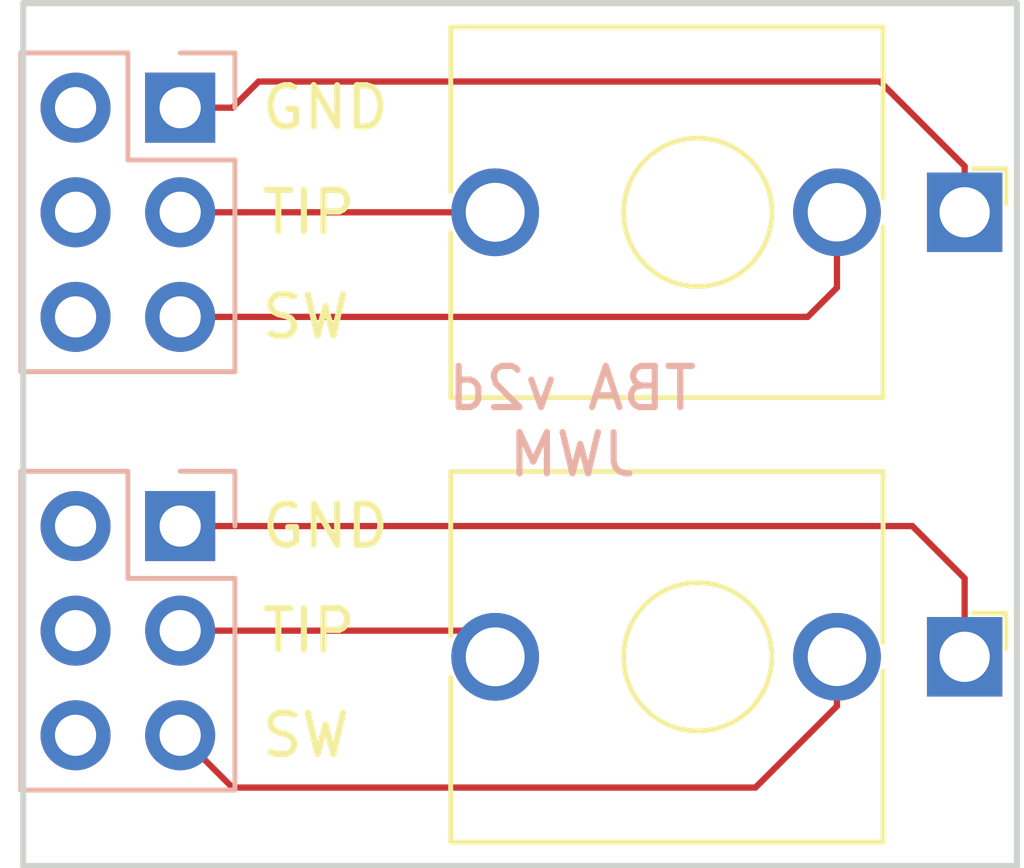
<source format=kicad_pcb>
(kicad_pcb (version 20171130) (host pcbnew "(5.1.0-0)")

  (general
    (thickness 1.6)
    (drawings 11)
    (tracks 18)
    (zones 0)
    (modules 4)
    (nets 13)
  )

  (page A4)
  (layers
    (0 Top signal)
    (31 Bottom signal)
    (34 B.Paste user)
    (35 F.Paste user)
    (36 B.SilkS user)
    (37 F.SilkS user)
    (38 B.Mask user)
    (39 F.Mask user)
    (40 Dwgs.User user)
    (41 Cmts.User user)
    (42 Eco1.User user)
    (43 Eco2.User user)
    (44 Edge.Cuts user)
    (45 Margin user)
    (46 B.CrtYd user)
    (47 F.CrtYd user)
  )

  (setup
    (last_trace_width 0.1524)
    (trace_clearance 0.1524)
    (zone_clearance 0.508)
    (zone_45_only no)
    (trace_min 0.1524)
    (via_size 0.508)
    (via_drill 0.254)
    (via_min_size 0.508)
    (via_min_drill 0.254)
    (uvia_size 0.508)
    (uvia_drill 0.254)
    (uvias_allowed no)
    (uvia_min_size 0.2)
    (uvia_min_drill 0.1)
    (edge_width 0.15)
    (segment_width 0.2)
    (pcb_text_width 0.3)
    (pcb_text_size 1.5 1.5)
    (mod_edge_width 0.15)
    (mod_text_size 1 1)
    (mod_text_width 0.15)
    (pad_size 1.524 1.524)
    (pad_drill 0.762)
    (pad_to_mask_clearance 0.0508)
    (aux_axis_origin 0 0)
    (visible_elements FFFFFF7F)
    (pcbplotparams
      (layerselection 0x010fc_ffffffff)
      (usegerberextensions false)
      (usegerberattributes false)
      (usegerberadvancedattributes false)
      (creategerberjobfile false)
      (excludeedgelayer true)
      (linewidth 0.100000)
      (plotframeref false)
      (viasonmask false)
      (mode 1)
      (useauxorigin false)
      (hpglpennumber 1)
      (hpglpenspeed 20)
      (hpglpendiameter 15.000000)
      (psnegative false)
      (psa4output false)
      (plotreference true)
      (plotvalue true)
      (plotinvisibletext false)
      (padsonsilk false)
      (subtractmaskfromsilk false)
      (outputformat 1)
      (mirror false)
      (drillshape 1)
      (scaleselection 1)
      (outputdirectory ""))
  )

  (net 0 "")
  (net 1 "Net-(J1-PadT)")
  (net 2 "Net-(J1-PadS)")
  (net 3 "Net-(J1-PadTN)")
  (net 4 "Net-(J2-PadT)")
  (net 5 "Net-(J2-PadS)")
  (net 6 "Net-(J2-PadTN)")
  (net 7 "Net-(J3-Pad6)")
  (net 8 "Net-(J3-Pad4)")
  (net 9 "Net-(J3-Pad2)")
  (net 10 "Net-(J4-Pad6)")
  (net 11 "Net-(J4-Pad4)")
  (net 12 "Net-(J4-Pad2)")

  (net_class Default "This is the default net class."
    (clearance 0.1524)
    (trace_width 0.1524)
    (via_dia 0.508)
    (via_drill 0.254)
    (uvia_dia 0.508)
    (uvia_drill 0.254)
    (diff_pair_width 0.1524)
    (diff_pair_gap 0.1524)
    (add_net "Net-(J1-PadS)")
    (add_net "Net-(J1-PadT)")
    (add_net "Net-(J1-PadTN)")
    (add_net "Net-(J2-PadS)")
    (add_net "Net-(J2-PadT)")
    (add_net "Net-(J2-PadTN)")
    (add_net "Net-(J3-Pad2)")
    (add_net "Net-(J3-Pad4)")
    (add_net "Net-(J3-Pad6)")
    (add_net "Net-(J4-Pad2)")
    (add_net "Net-(J4-Pad4)")
    (add_net "Net-(J4-Pad6)")
  )

  (module Connector_PinHeader_2.54mm:PinHeader_2x03_P2.54mm_Vertical (layer Bottom) (tedit 59FED5CC) (tstamp 5CA9C3A0)
    (at 141.605 78.74 180)
    (descr "Through hole straight pin header, 2x03, 2.54mm pitch, double rows")
    (tags "Through hole pin header THT 2x03 2.54mm double row")
    (path /5CA9CA29)
    (fp_text reference J4 (at 1.27 2.33 180) (layer B.SilkS) hide
      (effects (font (size 1 1) (thickness 0.15)) (justify mirror))
    )
    (fp_text value Conn_02x03_Odd_Even (at 1.27 -7.41 180) (layer B.Fab)
      (effects (font (size 1 1) (thickness 0.15)) (justify mirror))
    )
    (fp_text user %R (at 1.27 -2.54 90) (layer B.Fab)
      (effects (font (size 1 1) (thickness 0.15)) (justify mirror))
    )
    (fp_line (start 4.35 1.8) (end -1.8 1.8) (layer B.CrtYd) (width 0.05))
    (fp_line (start 4.35 -6.85) (end 4.35 1.8) (layer B.CrtYd) (width 0.05))
    (fp_line (start -1.8 -6.85) (end 4.35 -6.85) (layer B.CrtYd) (width 0.05))
    (fp_line (start -1.8 1.8) (end -1.8 -6.85) (layer B.CrtYd) (width 0.05))
    (fp_line (start -1.33 1.33) (end 0 1.33) (layer B.SilkS) (width 0.12))
    (fp_line (start -1.33 0) (end -1.33 1.33) (layer B.SilkS) (width 0.12))
    (fp_line (start 1.27 1.33) (end 3.87 1.33) (layer B.SilkS) (width 0.12))
    (fp_line (start 1.27 -1.27) (end 1.27 1.33) (layer B.SilkS) (width 0.12))
    (fp_line (start -1.33 -1.27) (end 1.27 -1.27) (layer B.SilkS) (width 0.12))
    (fp_line (start 3.87 1.33) (end 3.87 -6.41) (layer B.SilkS) (width 0.12))
    (fp_line (start -1.33 -1.27) (end -1.33 -6.41) (layer B.SilkS) (width 0.12))
    (fp_line (start -1.33 -6.41) (end 3.87 -6.41) (layer B.SilkS) (width 0.12))
    (fp_line (start -1.27 0) (end 0 1.27) (layer B.Fab) (width 0.1))
    (fp_line (start -1.27 -6.35) (end -1.27 0) (layer B.Fab) (width 0.1))
    (fp_line (start 3.81 -6.35) (end -1.27 -6.35) (layer B.Fab) (width 0.1))
    (fp_line (start 3.81 1.27) (end 3.81 -6.35) (layer B.Fab) (width 0.1))
    (fp_line (start 0 1.27) (end 3.81 1.27) (layer B.Fab) (width 0.1))
    (pad 6 thru_hole oval (at 2.54 -5.08 180) (size 1.7 1.7) (drill 1) (layers *.Cu *.Mask)
      (net 10 "Net-(J4-Pad6)"))
    (pad 5 thru_hole oval (at 0 -5.08 180) (size 1.7 1.7) (drill 1) (layers *.Cu *.Mask)
      (net 6 "Net-(J2-PadTN)"))
    (pad 4 thru_hole oval (at 2.54 -2.54 180) (size 1.7 1.7) (drill 1) (layers *.Cu *.Mask)
      (net 11 "Net-(J4-Pad4)"))
    (pad 3 thru_hole oval (at 0 -2.54 180) (size 1.7 1.7) (drill 1) (layers *.Cu *.Mask)
      (net 4 "Net-(J2-PadT)"))
    (pad 2 thru_hole oval (at 2.54 0 180) (size 1.7 1.7) (drill 1) (layers *.Cu *.Mask)
      (net 12 "Net-(J4-Pad2)"))
    (pad 1 thru_hole rect (at 0 0 180) (size 1.7 1.7) (drill 1) (layers *.Cu *.Mask)
      (net 5 "Net-(J2-PadS)"))
    (model ${KISYS3DMOD}/Connector_PinHeader_2.54mm.3dshapes/PinHeader_2x03_P2.54mm_Vertical.wrl
      (at (xyz 0 0 0))
      (scale (xyz 1 1 1))
      (rotate (xyz 0 0 0))
    )
  )

  (module Connector_PinHeader_2.54mm:PinHeader_2x03_P2.54mm_Vertical (layer Bottom) (tedit 59FED5CC) (tstamp 5CA9C384)
    (at 141.605 68.58 180)
    (descr "Through hole straight pin header, 2x03, 2.54mm pitch, double rows")
    (tags "Through hole pin header THT 2x03 2.54mm double row")
    (path /5CA980F8)
    (fp_text reference J3 (at 1.27 2.33 180) (layer B.SilkS) hide
      (effects (font (size 1 1) (thickness 0.15)) (justify mirror))
    )
    (fp_text value Conn_02x03_Odd_Even (at 1.27 -7.41 180) (layer B.Fab)
      (effects (font (size 1 1) (thickness 0.15)) (justify mirror))
    )
    (fp_text user %R (at 1.27 -2.54 90) (layer B.Fab)
      (effects (font (size 1 1) (thickness 0.15)) (justify mirror))
    )
    (fp_line (start 4.35 1.8) (end -1.8 1.8) (layer B.CrtYd) (width 0.05))
    (fp_line (start 4.35 -6.85) (end 4.35 1.8) (layer B.CrtYd) (width 0.05))
    (fp_line (start -1.8 -6.85) (end 4.35 -6.85) (layer B.CrtYd) (width 0.05))
    (fp_line (start -1.8 1.8) (end -1.8 -6.85) (layer B.CrtYd) (width 0.05))
    (fp_line (start -1.33 1.33) (end 0 1.33) (layer B.SilkS) (width 0.12))
    (fp_line (start -1.33 0) (end -1.33 1.33) (layer B.SilkS) (width 0.12))
    (fp_line (start 1.27 1.33) (end 3.87 1.33) (layer B.SilkS) (width 0.12))
    (fp_line (start 1.27 -1.27) (end 1.27 1.33) (layer B.SilkS) (width 0.12))
    (fp_line (start -1.33 -1.27) (end 1.27 -1.27) (layer B.SilkS) (width 0.12))
    (fp_line (start 3.87 1.33) (end 3.87 -6.41) (layer B.SilkS) (width 0.12))
    (fp_line (start -1.33 -1.27) (end -1.33 -6.41) (layer B.SilkS) (width 0.12))
    (fp_line (start -1.33 -6.41) (end 3.87 -6.41) (layer B.SilkS) (width 0.12))
    (fp_line (start -1.27 0) (end 0 1.27) (layer B.Fab) (width 0.1))
    (fp_line (start -1.27 -6.35) (end -1.27 0) (layer B.Fab) (width 0.1))
    (fp_line (start 3.81 -6.35) (end -1.27 -6.35) (layer B.Fab) (width 0.1))
    (fp_line (start 3.81 1.27) (end 3.81 -6.35) (layer B.Fab) (width 0.1))
    (fp_line (start 0 1.27) (end 3.81 1.27) (layer B.Fab) (width 0.1))
    (pad 6 thru_hole oval (at 2.54 -5.08 180) (size 1.7 1.7) (drill 1) (layers *.Cu *.Mask)
      (net 7 "Net-(J3-Pad6)"))
    (pad 5 thru_hole oval (at 0 -5.08 180) (size 1.7 1.7) (drill 1) (layers *.Cu *.Mask)
      (net 3 "Net-(J1-PadTN)"))
    (pad 4 thru_hole oval (at 2.54 -2.54 180) (size 1.7 1.7) (drill 1) (layers *.Cu *.Mask)
      (net 8 "Net-(J3-Pad4)"))
    (pad 3 thru_hole oval (at 0 -2.54 180) (size 1.7 1.7) (drill 1) (layers *.Cu *.Mask)
      (net 1 "Net-(J1-PadT)"))
    (pad 2 thru_hole oval (at 2.54 0 180) (size 1.7 1.7) (drill 1) (layers *.Cu *.Mask)
      (net 9 "Net-(J3-Pad2)"))
    (pad 1 thru_hole rect (at 0 0 180) (size 1.7 1.7) (drill 1) (layers *.Cu *.Mask)
      (net 2 "Net-(J1-PadS)"))
    (model ${KISYS3DMOD}/Connector_PinHeader_2.54mm.3dshapes/PinHeader_2x03_P2.54mm_Vertical.wrl
      (at (xyz 0 0 0))
      (scale (xyz 1 1 1))
      (rotate (xyz 0 0 0))
    )
  )

  (module Connector_Audio:Jack_3.5mm_QingPu_WQP-PJ398SM_Vertical_CircularHoles (layer Top) (tedit 5C2B6BB2) (tstamp 5CA9C368)
    (at 160.655 81.915 270)
    (descr "TRS 3.5mm, vertical, Thonkiconn, PCB mount, (http://www.qingpu-electronics.com/en/products/WQP-PJ398SM-362.html)")
    (tags "WQP-PJ398SM WQP-PJ301M-12 TRS 3.5mm mono vertical jack thonkiconn qingpu")
    (path /5CA9BC79)
    (fp_text reference J2 (at -4.03 1.08 90) (layer F.SilkS) hide
      (effects (font (size 1 1) (thickness 0.15)))
    )
    (fp_text value AudioJack2_SwitchT (at 0 5 90) (layer F.Fab)
      (effects (font (size 1 1) (thickness 0.15)))
    )
    (fp_line (start 0 0) (end 0 2.03) (layer F.Fab) (width 0.1))
    (fp_circle (center 0 6.48) (end 1.8 6.48) (layer F.Fab) (width 0.1))
    (fp_line (start 4.5 2.03) (end -4.5 2.03) (layer F.Fab) (width 0.1))
    (fp_line (start 5 -1.42) (end -5 -1.42) (layer F.CrtYd) (width 0.05))
    (fp_line (start 5 12.98) (end -5 12.98) (layer F.CrtYd) (width 0.05))
    (fp_line (start 5 12.98) (end 5 -1.42) (layer F.CrtYd) (width 0.05))
    (fp_line (start 4.5 12.48) (end -4.5 12.48) (layer F.Fab) (width 0.1))
    (fp_line (start 4.5 12.48) (end 4.5 2.08) (layer F.Fab) (width 0.1))
    (fp_line (start -1.06 -1) (end -0.2 -1) (layer F.SilkS) (width 0.12))
    (fp_line (start -1.06 -1) (end -1.06 -0.2) (layer F.SilkS) (width 0.12))
    (fp_circle (center 0 6.48) (end 1.8 6.48) (layer F.SilkS) (width 0.12))
    (fp_line (start -0.35 1.98) (end -4.5 1.98) (layer F.SilkS) (width 0.12))
    (fp_line (start 4.5 1.98) (end 0.35 1.98) (layer F.SilkS) (width 0.12))
    (fp_line (start -0.5 12.48) (end -4.5 12.48) (layer F.SilkS) (width 0.12))
    (fp_line (start 4.5 12.48) (end 0.5 12.48) (layer F.SilkS) (width 0.12))
    (fp_line (start -1.41 6.02) (end -0.46 5.07) (layer Dwgs.User) (width 0.12))
    (fp_line (start -1.42 6.875) (end 0.4 5.06) (layer Dwgs.User) (width 0.12))
    (fp_line (start -1.07 7.49) (end 1.01 5.41) (layer Dwgs.User) (width 0.12))
    (fp_line (start -0.58 7.83) (end 1.36 5.89) (layer Dwgs.User) (width 0.12))
    (fp_line (start 0.09 7.96) (end 1.48 6.57) (layer Dwgs.User) (width 0.12))
    (fp_circle (center 0 6.48) (end 1.5 6.48) (layer Dwgs.User) (width 0.12))
    (fp_line (start 4.5 1.98) (end 4.5 12.48) (layer F.SilkS) (width 0.12))
    (fp_line (start -4.5 1.98) (end -4.5 12.48) (layer F.SilkS) (width 0.12))
    (fp_text user %R (at 0 8 90) (layer F.Fab)
      (effects (font (size 1 1) (thickness 0.15)))
    )
    (fp_line (start -4.5 12.48) (end -4.5 2.08) (layer F.Fab) (width 0.1))
    (fp_line (start -5 12.98) (end -5 -1.42) (layer F.CrtYd) (width 0.05))
    (fp_text user KEEPOUT (at 0 6.48 270) (layer Cmts.User)
      (effects (font (size 0.4 0.4) (thickness 0.051)))
    )
    (pad T thru_hole circle (at 0 11.4 90) (size 2.13 2.13) (drill 1.43) (layers *.Cu *.Mask)
      (net 4 "Net-(J2-PadT)"))
    (pad S thru_hole rect (at 0 0 90) (size 1.93 1.83) (drill 1.22) (layers *.Cu *.Mask)
      (net 5 "Net-(J2-PadS)"))
    (pad TN thru_hole circle (at 0 3.1 90) (size 2.13 2.13) (drill 1.42) (layers *.Cu *.Mask)
      (net 6 "Net-(J2-PadTN)"))
    (model ${KISYS3DMOD}/Connector_Audio.3dshapes/Jack_3.5mm_QingPu_WQP-PJ398SM_Vertical.wrl
      (at (xyz 0 0 0))
      (scale (xyz 1 1 1))
      (rotate (xyz 0 0 0))
    )
  )

  (module Connector_Audio:Jack_3.5mm_QingPu_WQP-PJ398SM_Vertical_CircularHoles (layer Top) (tedit 5C2B6BB2) (tstamp 5CA9C346)
    (at 160.655 71.12 270)
    (descr "TRS 3.5mm, vertical, Thonkiconn, PCB mount, (http://www.qingpu-electronics.com/en/products/WQP-PJ398SM-362.html)")
    (tags "WQP-PJ398SM WQP-PJ301M-12 TRS 3.5mm mono vertical jack thonkiconn qingpu")
    (path /5CA9703F)
    (fp_text reference J1 (at -4.03 1.08 90) (layer F.SilkS) hide
      (effects (font (size 1 1) (thickness 0.15)))
    )
    (fp_text value AudioJack2_SwitchT (at 0 5 90) (layer F.Fab)
      (effects (font (size 1 1) (thickness 0.15)))
    )
    (fp_line (start 0 0) (end 0 2.03) (layer F.Fab) (width 0.1))
    (fp_circle (center 0 6.48) (end 1.8 6.48) (layer F.Fab) (width 0.1))
    (fp_line (start 4.5 2.03) (end -4.5 2.03) (layer F.Fab) (width 0.1))
    (fp_line (start 5 -1.42) (end -5 -1.42) (layer F.CrtYd) (width 0.05))
    (fp_line (start 5 12.98) (end -5 12.98) (layer F.CrtYd) (width 0.05))
    (fp_line (start 5 12.98) (end 5 -1.42) (layer F.CrtYd) (width 0.05))
    (fp_line (start 4.5 12.48) (end -4.5 12.48) (layer F.Fab) (width 0.1))
    (fp_line (start 4.5 12.48) (end 4.5 2.08) (layer F.Fab) (width 0.1))
    (fp_line (start -1.06 -1) (end -0.2 -1) (layer F.SilkS) (width 0.12))
    (fp_line (start -1.06 -1) (end -1.06 -0.2) (layer F.SilkS) (width 0.12))
    (fp_circle (center 0 6.48) (end 1.8 6.48) (layer F.SilkS) (width 0.12))
    (fp_line (start -0.35 1.98) (end -4.5 1.98) (layer F.SilkS) (width 0.12))
    (fp_line (start 4.5 1.98) (end 0.35 1.98) (layer F.SilkS) (width 0.12))
    (fp_line (start -0.5 12.48) (end -4.5 12.48) (layer F.SilkS) (width 0.12))
    (fp_line (start 4.5 12.48) (end 0.5 12.48) (layer F.SilkS) (width 0.12))
    (fp_line (start -1.41 6.02) (end -0.46 5.07) (layer Dwgs.User) (width 0.12))
    (fp_line (start -1.42 6.875) (end 0.4 5.06) (layer Dwgs.User) (width 0.12))
    (fp_line (start -1.07 7.49) (end 1.01 5.41) (layer Dwgs.User) (width 0.12))
    (fp_line (start -0.58 7.83) (end 1.36 5.89) (layer Dwgs.User) (width 0.12))
    (fp_line (start 0.09 7.96) (end 1.48 6.57) (layer Dwgs.User) (width 0.12))
    (fp_circle (center 0 6.48) (end 1.5 6.48) (layer Dwgs.User) (width 0.12))
    (fp_line (start 4.5 1.98) (end 4.5 12.48) (layer F.SilkS) (width 0.12))
    (fp_line (start -4.5 1.98) (end -4.5 12.48) (layer F.SilkS) (width 0.12))
    (fp_text user %R (at 0 8 90) (layer F.Fab)
      (effects (font (size 1 1) (thickness 0.15)))
    )
    (fp_line (start -4.5 12.48) (end -4.5 2.08) (layer F.Fab) (width 0.1))
    (fp_line (start -5 12.98) (end -5 -1.42) (layer F.CrtYd) (width 0.05))
    (fp_text user KEEPOUT (at 0 6.48 270) (layer Cmts.User)
      (effects (font (size 0.4 0.4) (thickness 0.051)))
    )
    (pad T thru_hole circle (at 0 11.4 90) (size 2.13 2.13) (drill 1.43) (layers *.Cu *.Mask)
      (net 1 "Net-(J1-PadT)"))
    (pad S thru_hole rect (at 0 0 90) (size 1.93 1.83) (drill 1.22) (layers *.Cu *.Mask)
      (net 2 "Net-(J1-PadS)"))
    (pad TN thru_hole circle (at 0 3.1 90) (size 2.13 2.13) (drill 1.42) (layers *.Cu *.Mask)
      (net 3 "Net-(J1-PadTN)"))
    (model ${KISYS3DMOD}/Connector_Audio.3dshapes/Jack_3.5mm_QingPu_WQP-PJ398SM_Vertical.wrl
      (at (xyz 0 0 0))
      (scale (xyz 1 1 1))
      (rotate (xyz 0 0 0))
    )
  )

  (gr_text "TBA v2d\nJWM" (at 151.13 76.2) (layer B.SilkS)
    (effects (font (size 1 1) (thickness 0.15)) (justify mirror))
  )
  (gr_line (start 137.795 86.995) (end 161.925 86.995) (layer Edge.Cuts) (width 0.15) (tstamp 5CA9CB85))
  (gr_line (start 137.795 66.04) (end 137.795 86.995) (layer Edge.Cuts) (width 0.15))
  (gr_line (start 161.925 66.04) (end 137.795 66.04) (layer Edge.Cuts) (width 0.15))
  (gr_line (start 161.925 86.995) (end 161.925 66.04) (layer Edge.Cuts) (width 0.15))
  (gr_text SW (at 143.51 83.82) (layer F.SilkS)
    (effects (font (size 1 1) (thickness 0.15)) (justify left))
  )
  (gr_text TIP (at 143.51 81.28) (layer F.SilkS) (tstamp 5CA9CA07)
    (effects (font (size 1 1) (thickness 0.15)) (justify left))
  )
  (gr_text GND (at 143.51 78.74) (layer F.SilkS) (tstamp 5CA9CA04)
    (effects (font (size 1 1) (thickness 0.15)) (justify left))
  )
  (gr_text SW (at 143.51 73.66) (layer F.SilkS)
    (effects (font (size 1 1) (thickness 0.15)) (justify left))
  )
  (gr_text TIP (at 143.51 71.12) (layer F.SilkS)
    (effects (font (size 1 1) (thickness 0.15)) (justify left))
  )
  (gr_text GND (at 143.51 68.58) (layer F.SilkS)
    (effects (font (size 1 1) (thickness 0.15)) (justify left))
  )

  (segment (start 141.605 71.12) (end 149.255 71.12) (width 0.1524) (layer Top) (net 1))
  (segment (start 160.655 70.0026) (end 158.5974 67.945) (width 0.1524) (layer Top) (net 2))
  (segment (start 160.655 71.12) (end 160.655 70.0026) (width 0.1524) (layer Top) (net 2))
  (segment (start 158.5974 67.945) (end 143.51 67.945) (width 0.1524) (layer Top) (net 2))
  (segment (start 142.875 68.58) (end 141.605 68.58) (width 0.1524) (layer Top) (net 2))
  (segment (start 143.51 67.945) (end 142.875 68.58) (width 0.1524) (layer Top) (net 2))
  (segment (start 157.555 71.12) (end 157.555 72.95) (width 0.1524) (layer Top) (net 3))
  (segment (start 156.845 73.66) (end 141.605 73.66) (width 0.1524) (layer Top) (net 3))
  (segment (start 157.555 72.95) (end 156.845 73.66) (width 0.1524) (layer Top) (net 3))
  (segment (start 148.62 81.28) (end 149.255 81.915) (width 0.1524) (layer Top) (net 4))
  (segment (start 141.605 81.28) (end 148.62 81.28) (width 0.1524) (layer Top) (net 4))
  (segment (start 159.385 78.74) (end 141.605 78.74) (width 0.1524) (layer Top) (net 5))
  (segment (start 160.655 80.01) (end 159.385 78.74) (width 0.1524) (layer Top) (net 5))
  (segment (start 160.655 81.915) (end 160.655 80.01) (width 0.1524) (layer Top) (net 5))
  (segment (start 157.555 81.915) (end 157.555 83.11) (width 0.1524) (layer Top) (net 6))
  (segment (start 157.555 83.11) (end 155.575 85.09) (width 0.1524) (layer Top) (net 6))
  (segment (start 155.575 85.09) (end 142.875 85.09) (width 0.1524) (layer Top) (net 6))
  (segment (start 142.875 85.09) (end 141.605 83.82) (width 0.1524) (layer Top) (net 6))

)

</source>
